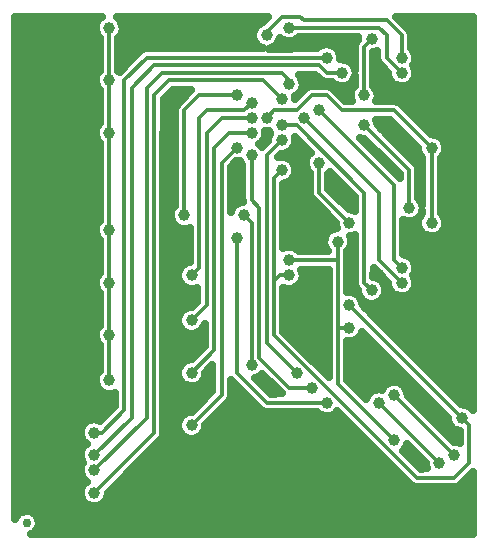
<source format=gbr>
G04 DipTrace Beta 2.3.9.1*
%INBottom.gbr*%
%MOMM*%
%ADD13C,0.3*%
%ADD14C,0.635*%
%ADD24C,0.75*%
%ADD37C,1.0*%
%FSLAX53Y53*%
G04*
G71*
G90*
G75*
G01*
%LNBottom*%
%LPD*%
X18890Y27780D2*
D13*
Y32225D1*
Y36670D1*
Y44925D1*
Y49370D1*
Y53815D1*
Y27780D2*
Y23970D1*
X41115Y31590D2*
X40480Y32225D1*
Y39845D1*
X34765Y45560D1*
X33495D1*
X35400Y46195D2*
X41750Y39845D1*
Y34130D1*
X43655Y32225D1*
X36670Y46830D2*
X43020Y40480D1*
Y34130D1*
X43655Y33495D1*
X44290Y38575D2*
Y41750D1*
X40480Y45560D1*
X29685Y43655D2*
X28415Y42385D1*
Y22700D1*
X25875Y20160D1*
X30955Y44925D2*
X29050D1*
X27780Y43655D1*
Y26510D1*
X25875Y24605D1*
X30955Y46195D2*
X28415D1*
X27145Y44925D1*
Y30320D1*
X25875Y29050D1*
X30955Y47465D2*
X30320Y46830D1*
X27145D1*
X26510Y46195D1*
Y33495D1*
X25875Y32860D1*
X29685Y48100D2*
X26510D1*
X25240Y46830D1*
Y37940D1*
X34125Y53815D2*
X41750D1*
X42385Y53180D1*
Y51275D1*
X43655Y50005D1*
X32225Y53180D2*
Y53498D1*
X33495Y54767D1*
X35083D1*
X35400Y54450D1*
X42385D1*
X43655Y53180D1*
Y51275D1*
X15715Y37940D2*
X16350D1*
X24605Y36035D2*
X25240D1*
X23970Y44925D2*
Y36670D1*
X24605Y36035D1*
X25875Y30955D2*
X24605D1*
Y36035D1*
X36670Y17620D2*
Y18255D1*
X46195Y13175D2*
Y12540D1*
X13810Y51910D2*
Y39845D1*
X15715Y37940D1*
Y22065D2*
Y23335D1*
X14445Y24605D1*
Y36670D1*
X15715Y37940D1*
Y22065D2*
Y13810D1*
X16985Y12540D1*
X24605D1*
X31590D1*
X36670Y17620D1*
X46195Y13175D2*
X41115D1*
X36670Y17620D1*
X41750Y32860D2*
X42385Y32225D1*
Y29685D1*
X43020Y29050D1*
X43655D1*
X24605Y30955D2*
Y12540D1*
Y47465D2*
X23970Y46830D1*
Y44925D1*
X37305Y31590D2*
X35083D1*
X34765Y31272D1*
X46195Y43655D2*
X43020Y46830D1*
X38575D1*
X37305Y48100D1*
X36035D1*
X34765Y46830D1*
X32860D1*
X32225Y46195D1*
X46195Y37305D2*
Y43655D1*
X33495Y44290D2*
X32225Y43020D1*
Y27145D1*
X34765Y24605D1*
X36670Y42385D2*
Y39845D1*
X39210Y37305D1*
X48100Y17620D2*
X43020Y22700D1*
X33495Y47782D2*
X31907Y49370D1*
X23970D1*
X22700Y48100D1*
Y19525D1*
X17620Y14445D1*
X34130Y49053D2*
X34447D1*
X33495Y50005D1*
X23335D1*
X22065Y48735D1*
Y20795D1*
X17620Y16350D1*
X38575Y50005D2*
X37305D1*
X36670Y50640D1*
X22700D1*
X20795Y48735D1*
Y20795D1*
X17620Y17620D1*
Y19525D2*
X18255D1*
X20160Y21430D1*
Y49370D1*
X22065Y51275D1*
X37305D1*
X33495Y41750D2*
X32860Y41115D1*
Y32362D1*
Y27780D1*
X44925Y15715D1*
X48100D1*
X49370Y16985D1*
Y20160D1*
X48735Y20795D1*
X39210Y30320D2*
X48735Y20795D1*
X34130Y32860D2*
X33358D1*
X32860Y32362D1*
X34130Y34130D2*
X38258D1*
Y28415D1*
Y23652D1*
X43020Y18890D1*
X38258Y35718D2*
Y34130D1*
X39210Y28415D2*
X38258D1*
X29685Y36035D2*
Y24605D1*
X32225Y22065D1*
X37305D1*
X30955Y43020D2*
Y39210D1*
X31590Y38575D1*
Y25875D1*
X34130Y23335D1*
X36035D1*
X30320Y37940D2*
X30955Y37305D1*
Y25240D1*
X41750Y22065D2*
X46830Y16985D1*
X41115Y52863D2*
X40480Y52227D1*
Y48100D1*
D37*
X18890Y27780D3*
Y32225D3*
Y36670D3*
Y44925D3*
Y49370D3*
Y53815D3*
Y23970D3*
Y27780D3*
Y23970D3*
X41115Y31590D3*
X33495Y45560D3*
X35400Y46195D3*
X43655Y32225D3*
X36670Y46830D3*
X43655Y33495D3*
X44290Y38575D3*
X40480Y45560D3*
X29685Y43655D3*
X25875Y20160D3*
X30955Y44925D3*
X25875Y24605D3*
X30955Y46195D3*
X25875Y29050D3*
X30955Y47465D3*
X25875Y32860D3*
X29685Y48100D3*
X25240Y37940D3*
X34125Y53815D3*
X43655Y50005D3*
X32225Y53180D3*
X43655Y51275D3*
X15715Y37940D3*
X24605Y36035D3*
X23970Y44925D3*
X24605Y36035D3*
X25875Y30955D3*
X24605Y36035D3*
X36670Y17620D3*
X46195Y13175D3*
X13810Y51910D3*
X15715Y37940D3*
Y22065D3*
Y37940D3*
Y22065D3*
X36670Y17620D3*
X46195Y13175D3*
X36670Y17620D3*
X41750Y32860D3*
X43655Y29050D3*
X24605Y47465D3*
X23970Y44925D3*
X37305Y31590D3*
X34765Y31272D3*
X46195Y43655D3*
X32225Y46195D3*
X46195Y37305D3*
Y43655D3*
X33495Y44290D3*
X34765Y24605D3*
X36670Y42385D3*
X39210Y37305D3*
X48100Y17620D3*
X43020Y22700D3*
X33495Y47782D3*
X17620Y14445D3*
X34130Y49053D3*
X17620Y16350D3*
X38575Y50005D3*
X17620Y17620D3*
Y19525D3*
X37305Y51275D3*
X33495Y41750D3*
X48735Y20795D3*
X39210Y30320D3*
X34130Y32860D3*
Y34130D3*
X43020Y18890D3*
X38258Y35718D3*
X39210Y28415D3*
X29685Y36035D3*
X37305Y22065D3*
X30955Y43020D3*
X36035Y23335D3*
X30320Y37940D3*
X30955Y25240D3*
X41750Y22065D3*
X46830Y16985D3*
X41115Y52863D3*
X40480Y48100D3*
X11016Y54136D2*
D14*
X17730D1*
X20050D2*
X31531D1*
X43882D2*
X49624D1*
X11016Y53504D2*
X17730D1*
X20050D2*
X31065D1*
X44438D2*
X49624D1*
X11016Y52873D2*
X18038D1*
X19742D2*
X31065D1*
X34833D2*
X39906D1*
X44507D2*
X49624D1*
X11016Y52241D2*
X18038D1*
X19742D2*
X31512D1*
X32938D2*
X36631D1*
X37979D2*
X39628D1*
X44507D2*
X49624D1*
X11016Y51609D2*
X18038D1*
X19742D2*
X21213D1*
X38465D2*
X39628D1*
X41332D2*
X41529D1*
X44815D2*
X49624D1*
X11016Y50977D2*
X18038D1*
X19742D2*
X20588D1*
X39239D2*
X39628D1*
X41332D2*
X41589D1*
X44825D2*
X49624D1*
X11016Y50346D2*
X18038D1*
X19742D2*
X19954D1*
X41332D2*
X42128D1*
X44805D2*
X49624D1*
X11016Y49714D2*
X17740D1*
X35121D2*
X36413D1*
X41332D2*
X42485D1*
X44825D2*
X49624D1*
X11016Y49083D2*
X17720D1*
X35339D2*
X37842D1*
X39308D2*
X39622D1*
X41332D2*
X42922D1*
X44388D2*
X49624D1*
X11016Y48451D2*
X18038D1*
X24237D2*
X25678D1*
X38137D2*
X39330D1*
X41630D2*
X49624D1*
X11016Y47819D2*
X18038D1*
X23602D2*
X25043D1*
X38772D2*
X39310D1*
X41650D2*
X49624D1*
X11016Y47188D2*
X18038D1*
X23552D2*
X24467D1*
X43843D2*
X49624D1*
X11016Y46556D2*
X18038D1*
X23552D2*
X24388D1*
X44478D2*
X49624D1*
X11016Y45924D2*
X18038D1*
X23552D2*
X24388D1*
X41630D2*
X42743D1*
X45113D2*
X49624D1*
X11016Y45292D2*
X17740D1*
X23552D2*
X24388D1*
X41928D2*
X43368D1*
X45738D2*
X49624D1*
X11016Y44661D2*
X17710D1*
X23552D2*
X24388D1*
X32135D2*
X32354D1*
X42563D2*
X44003D1*
X46799D2*
X49624D1*
X11016Y44029D2*
X18038D1*
X23552D2*
X24388D1*
X31728D2*
X32048D1*
X34675D2*
X35113D1*
X43198D2*
X44638D1*
X47335D2*
X49624D1*
X11016Y43398D2*
X18038D1*
X23552D2*
X24388D1*
X34268D2*
X35738D1*
X43823D2*
X45015D1*
X47375D2*
X49624D1*
X11016Y42766D2*
X18038D1*
X23552D2*
X24388D1*
X34079D2*
X35530D1*
X44458D2*
X45343D1*
X47047D2*
X49624D1*
X11016Y42134D2*
X18038D1*
X23552D2*
X24388D1*
X29347D2*
X30103D1*
X34635D2*
X35490D1*
X45043D2*
X45342D1*
X47047D2*
X49624D1*
X11016Y41502D2*
X18038D1*
X23552D2*
X24388D1*
X29267D2*
X30103D1*
X34675D2*
X35818D1*
X45142D2*
X45339D1*
X47047D2*
X49624D1*
X11016Y40871D2*
X18038D1*
X23552D2*
X24388D1*
X29267D2*
X30103D1*
X34288D2*
X35818D1*
X37522D2*
X38268D1*
X45142D2*
X45339D1*
X47047D2*
X49624D1*
X11016Y40239D2*
X18038D1*
X23552D2*
X24388D1*
X29267D2*
X30103D1*
X33712D2*
X35818D1*
X37522D2*
X38903D1*
X45142D2*
X45339D1*
X47047D2*
X49624D1*
X11016Y39607D2*
X18038D1*
X23552D2*
X24388D1*
X29267D2*
X30103D1*
X33712D2*
X35847D1*
X38088D2*
X39529D1*
X45142D2*
X45339D1*
X47047D2*
X49624D1*
X11016Y38976D2*
X18038D1*
X23552D2*
X24388D1*
X29267D2*
X29775D1*
X33712D2*
X36353D1*
X38723D2*
X39628D1*
X47047D2*
X49624D1*
X11016Y38344D2*
X18038D1*
X23552D2*
X24110D1*
X33712D2*
X36989D1*
X47047D2*
X49624D1*
X11016Y37712D2*
X18038D1*
X23552D2*
X24060D1*
X33712D2*
X37614D1*
X47325D2*
X49624D1*
X11016Y37081D2*
X17760D1*
X23552D2*
X24427D1*
X33712D2*
X38030D1*
X43872D2*
X45015D1*
X47375D2*
X49624D1*
X11016Y36449D2*
X17710D1*
X23552D2*
X25658D1*
X33712D2*
X37316D1*
X43872D2*
X45372D1*
X47018D2*
X49624D1*
X11016Y35817D2*
X18038D1*
X23552D2*
X25658D1*
X33712D2*
X37058D1*
X43872D2*
X49624D1*
X11016Y35186D2*
X18038D1*
X23552D2*
X25658D1*
X34635D2*
X37187D1*
X39328D2*
X39627D1*
X43872D2*
X49624D1*
X11016Y34554D2*
X18038D1*
X23552D2*
X25658D1*
X39110D2*
X39628D1*
X44150D2*
X49624D1*
X11016Y33922D2*
X18038D1*
X23552D2*
X25390D1*
X39110D2*
X39628D1*
X44775D2*
X49624D1*
X11016Y33291D2*
X18038D1*
X23552D2*
X24755D1*
X35250D2*
X37405D1*
X39110D2*
X39628D1*
X44845D2*
X49624D1*
X11016Y32659D2*
X17770D1*
X23552D2*
X24685D1*
X35320D2*
X37405D1*
X39110D2*
X39628D1*
X41580D2*
X42039D1*
X44775D2*
X49624D1*
X11016Y32027D2*
X17700D1*
X23552D2*
X25033D1*
X34972D2*
X37405D1*
X39110D2*
X39648D1*
X42235D2*
X42465D1*
X44845D2*
X49624D1*
X11016Y31396D2*
X18038D1*
X23552D2*
X26293D1*
X33712D2*
X37405D1*
X39655D2*
X39930D1*
X42305D2*
X42803D1*
X44507D2*
X49624D1*
X11016Y30764D2*
X18038D1*
X23552D2*
X26293D1*
X33712D2*
X37405D1*
X41967D2*
X49624D1*
X11016Y30132D2*
X18038D1*
X23552D2*
X25449D1*
X33712D2*
X37405D1*
X40578D2*
X49624D1*
X11016Y29501D2*
X18038D1*
X23552D2*
X24765D1*
X33712D2*
X37405D1*
X41213D2*
X49624D1*
X11016Y28869D2*
X18038D1*
X23552D2*
X24685D1*
X33712D2*
X37405D1*
X41848D2*
X49624D1*
X11016Y28238D2*
X17780D1*
X23552D2*
X25013D1*
X33712D2*
X37405D1*
X42473D2*
X49624D1*
X11016Y27606D2*
X17700D1*
X23552D2*
X26928D1*
X34218D2*
X37405D1*
X40082D2*
X40739D1*
X43108D2*
X49624D1*
X11016Y26974D2*
X18018D1*
X23552D2*
X26928D1*
X34853D2*
X37405D1*
X39110D2*
X41374D1*
X43743D2*
X49624D1*
X11016Y26343D2*
X18038D1*
X23552D2*
X26432D1*
X35478D2*
X37405D1*
X39110D2*
X41999D1*
X44368D2*
X49624D1*
X11016Y25711D2*
X18038D1*
X23552D2*
X25529D1*
X36113D2*
X37405D1*
X39110D2*
X42634D1*
X45003D2*
X49624D1*
X11016Y25079D2*
X18038D1*
X23552D2*
X24775D1*
X36748D2*
X37405D1*
X39110D2*
X43269D1*
X45638D2*
X49624D1*
X11016Y24448D2*
X17790D1*
X23552D2*
X24675D1*
X27075D2*
X27563D1*
X39110D2*
X43894D1*
X46263D2*
X49624D1*
X11016Y23816D2*
X17690D1*
X23552D2*
X24983D1*
X26767D2*
X27563D1*
X31658D2*
X32464D1*
X39278D2*
X42713D1*
X43322D2*
X44529D1*
X46898D2*
X49624D1*
X11016Y23184D2*
X17998D1*
X23552D2*
X27563D1*
X29267D2*
X29924D1*
X32293D2*
X33099D1*
X39913D2*
X41453D1*
X44120D2*
X45164D1*
X47533D2*
X49624D1*
X11016Y22552D2*
X19308D1*
X23552D2*
X27086D1*
X29257D2*
X30549D1*
X44349D2*
X45789D1*
X48159D2*
X49624D1*
X11016Y21921D2*
X19308D1*
X23552D2*
X26451D1*
X28821D2*
X31184D1*
X44984D2*
X46424D1*
X48992D2*
X49624D1*
X11016Y21289D2*
X18831D1*
X23552D2*
X25638D1*
X28186D2*
X31998D1*
X45619D2*
X47059D1*
X11016Y20657D2*
X17403D1*
X17832D2*
X18206D1*
X23552D2*
X24785D1*
X27561D2*
X38794D1*
X46244D2*
X47535D1*
X11016Y20026D2*
X16530D1*
X23552D2*
X24675D1*
X27075D2*
X39429D1*
X46879D2*
X47823D1*
X11016Y19394D2*
X16420D1*
X23542D2*
X24963D1*
X26787D2*
X40064D1*
X47514D2*
X48518D1*
X11016Y18762D2*
X16708D1*
X23126D2*
X40689D1*
X48178D2*
X48507D1*
X11016Y18131D2*
X16530D1*
X22491D2*
X41324D1*
X43942D2*
X44499D1*
X11016Y17499D2*
X16420D1*
X21856D2*
X41959D1*
X44329D2*
X45134D1*
X11016Y16867D2*
X16539D1*
X21231D2*
X42584D1*
X44954D2*
X45630D1*
X11016Y16236D2*
X16420D1*
X20596D2*
X43219D1*
X11016Y15604D2*
X16688D1*
X19961D2*
X43854D1*
X49171D2*
X49624D1*
X11016Y14972D2*
X16539D1*
X19336D2*
X44589D1*
X48436D2*
X49624D1*
X11016Y14341D2*
X16420D1*
X18820D2*
X49624D1*
X11016Y13709D2*
X16678D1*
X18562D2*
X49624D1*
X11016Y13077D2*
X49624D1*
X12827Y12446D2*
X49624D1*
X12986Y11814D2*
X49624D1*
X12688Y11182D2*
X49624D1*
X12874Y11593D2*
X12731Y11310D1*
X12509Y11086D1*
X12255Y10953D1*
X49688Y10952D1*
Y16181D1*
X48661Y15154D1*
X48398Y14980D1*
X48100Y14922D1*
X44925D1*
X44616Y14985D1*
X44364Y15154D1*
X38183Y21335D1*
X38073Y21219D1*
X37812Y21041D1*
X37512Y20941D1*
X37195Y20927D1*
X36888Y21001D1*
X36612Y21156D1*
X36494Y21276D1*
X32225Y21272D1*
X31916Y21335D1*
X31664Y21504D1*
X29202Y23967D1*
X29208Y22700D1*
X29145Y22391D1*
X28976Y22139D1*
X27018Y20160D1*
X26974Y19847D1*
X26846Y19557D1*
X26643Y19314D1*
X26382Y19136D1*
X26082Y19036D1*
X25765Y19022D1*
X25458Y19096D1*
X25182Y19251D1*
X24959Y19476D1*
X24807Y19754D1*
X24736Y20062D1*
X24753Y20378D1*
X24856Y20677D1*
X25037Y20937D1*
X25282Y21137D1*
X25573Y21262D1*
X25897Y21301D1*
X27623Y23029D1*
X27622Y25230D1*
X27018Y24605D1*
X26974Y24292D1*
X26846Y24002D1*
X26643Y23759D1*
X26382Y23581D1*
X26082Y23481D1*
X25765Y23467D1*
X25458Y23541D1*
X25182Y23696D1*
X24959Y23921D1*
X24807Y24199D1*
X24736Y24507D1*
X24753Y24823D1*
X24856Y25122D1*
X25037Y25382D1*
X25282Y25582D1*
X25573Y25707D1*
X25897Y25746D1*
X26991Y26842D1*
X26987Y28782D1*
X26846Y28447D1*
X26643Y28204D1*
X26382Y28026D1*
X26082Y27926D1*
X25765Y27912D1*
X25458Y27986D1*
X25182Y28141D1*
X24959Y28366D1*
X24807Y28644D1*
X24736Y28952D1*
X24753Y29268D1*
X24856Y29567D1*
X25037Y29827D1*
X25282Y30027D1*
X25573Y30152D1*
X25897Y30191D1*
X26346Y30642D1*
X26352Y31818D1*
X26082Y31736D1*
X25765Y31722D1*
X25458Y31796D1*
X25182Y31951D1*
X24959Y32176D1*
X24807Y32454D1*
X24736Y32762D1*
X24753Y33078D1*
X24856Y33377D1*
X25037Y33637D1*
X25282Y33837D1*
X25573Y33962D1*
X25720Y33981D1*
X25717Y36898D1*
X25447Y36816D1*
X25130Y36802D1*
X24823Y36876D1*
X24547Y37031D1*
X24324Y37256D1*
X24172Y37534D1*
X24101Y37842D1*
X24118Y38158D1*
X24221Y38457D1*
X24440Y38748D1*
X24447Y41750D1*
Y46830D1*
X24510Y47139D1*
X24679Y47391D1*
X25862Y48573D1*
X24297Y48577D1*
X23499Y47778D1*
X23493Y42385D1*
Y19525D1*
X23430Y19216D1*
X23261Y18964D1*
X18763Y14445D1*
X18719Y14132D1*
X18591Y13842D1*
X18388Y13599D1*
X18127Y13421D1*
X17827Y13321D1*
X17510Y13307D1*
X17203Y13381D1*
X16927Y13536D1*
X16704Y13761D1*
X16552Y14039D1*
X16481Y14347D1*
X16498Y14663D1*
X16601Y14962D1*
X16782Y15222D1*
X16989Y15391D1*
X16704Y15666D1*
X16552Y15944D1*
X16481Y16252D1*
X16498Y16568D1*
X16601Y16867D1*
X16674Y16973D1*
X16552Y17214D1*
X16481Y17522D1*
X16498Y17838D1*
X16601Y18137D1*
X16782Y18397D1*
X16989Y18566D1*
X16704Y18841D1*
X16552Y19119D1*
X16481Y19427D1*
X16498Y19743D1*
X16601Y20042D1*
X16782Y20302D1*
X17027Y20502D1*
X17318Y20627D1*
X17632Y20668D1*
X17945Y20621D1*
X18134Y20535D1*
X19371Y21762D1*
X19367Y22928D1*
X19097Y22846D1*
X18780Y22832D1*
X18473Y22906D1*
X18197Y23061D1*
X17974Y23286D1*
X17822Y23564D1*
X17751Y23872D1*
X17768Y24188D1*
X17871Y24487D1*
X18090Y24778D1*
X18097Y26956D1*
X17974Y27096D1*
X17822Y27374D1*
X17751Y27682D1*
X17768Y27998D1*
X17871Y28297D1*
X18090Y28588D1*
X18097Y31401D1*
X17974Y31541D1*
X17822Y31819D1*
X17751Y32127D1*
X17768Y32443D1*
X17871Y32742D1*
X18090Y33033D1*
X18097Y35846D1*
X17974Y35986D1*
X17822Y36264D1*
X17751Y36572D1*
X17768Y36888D1*
X17871Y37187D1*
X18090Y37478D1*
X18097Y40480D1*
Y44101D1*
X17974Y44241D1*
X17822Y44519D1*
X17751Y44827D1*
X17768Y45143D1*
X17871Y45442D1*
X18090Y45733D1*
X18097Y48547D1*
X17974Y48686D1*
X17822Y48964D1*
X17751Y49272D1*
X17768Y49588D1*
X17871Y49887D1*
X18090Y50178D1*
X18097Y52992D1*
X17974Y53131D1*
X17822Y53409D1*
X17751Y53717D1*
X17768Y54033D1*
X17871Y54332D1*
X18052Y54592D1*
X18255Y54767D1*
X10953D1*
Y12272D1*
X11066Y12481D1*
X11283Y12711D1*
X11560Y12863D1*
X11871Y12922D1*
X12185Y12884D1*
X12472Y12751D1*
X12704Y12536D1*
X12859Y12260D1*
X12923Y11905D1*
X12874Y11593D1*
X19676Y50187D2*
X19771Y50089D1*
X20497Y50829D1*
X21504Y51836D1*
X21767Y52010D1*
X22065Y52068D1*
X31957D1*
X31808Y52116D1*
X31532Y52271D1*
X31309Y52496D1*
X31157Y52774D1*
X31086Y53082D1*
X31103Y53398D1*
X31206Y53697D1*
X31387Y53957D1*
X31632Y54157D1*
X31889Y54283D1*
X32373Y54767D1*
X19515D1*
X19744Y54575D1*
X19919Y54311D1*
X20016Y54010D1*
X20033Y53815D1*
X19989Y53502D1*
X19861Y53212D1*
X19677Y52992D1*
X19683Y50194D1*
X19369Y22936D2*
X19097Y22846D1*
X18780Y22832D1*
X18473Y22906D1*
X18197Y23061D1*
X17974Y23286D1*
X17822Y23564D1*
X17751Y23872D1*
X17768Y24188D1*
X17871Y24487D1*
X18090Y24778D1*
X39687Y32542D2*
Y36263D1*
X39417Y36181D1*
X39308Y36176D1*
X39384Y35913D1*
X39400Y35718D1*
X39357Y35404D1*
X39228Y35115D1*
X39045Y34894D1*
X39050Y32542D1*
Y31461D1*
X39222Y31463D1*
X39535Y31416D1*
X39823Y31285D1*
X40064Y31080D1*
X40239Y30816D1*
X40336Y30515D1*
X40352Y30310D1*
X42016Y28636D1*
X48716Y21936D1*
X49060Y21891D1*
X49348Y21760D1*
X49589Y21555D1*
X49688Y21430D1*
Y54767D1*
X43189D1*
X44216Y53741D1*
X44390Y53478D1*
X44448Y53180D1*
Y52099D1*
X44684Y51771D1*
X44781Y51470D1*
X44798Y51275D1*
X44754Y50962D1*
X44607Y50649D1*
X44684Y50501D1*
X44781Y50200D1*
X44798Y50005D1*
X44754Y49692D1*
X44626Y49402D1*
X44423Y49159D1*
X44162Y48981D1*
X43862Y48881D1*
X43545Y48867D1*
X43238Y48941D1*
X42962Y49096D1*
X42739Y49321D1*
X42587Y49599D1*
X42516Y49907D1*
X42522Y50016D1*
X41824Y50714D1*
X41650Y50977D1*
X41592Y51275D1*
Y51821D1*
X41272Y51736D1*
X41273Y48923D1*
X41509Y48596D1*
X41606Y48295D1*
X41623Y48100D1*
X41579Y47787D1*
X41503Y47615D1*
X43020Y47623D1*
X43329Y47560D1*
X43581Y47391D1*
X46169Y44802D1*
X46520Y44751D1*
X46808Y44620D1*
X47049Y44415D1*
X47224Y44151D1*
X47321Y43850D1*
X47338Y43655D1*
X47294Y43342D1*
X47166Y43052D1*
X46982Y42832D1*
X46988Y38128D1*
X47224Y37801D1*
X47321Y37500D1*
X47338Y37305D1*
X47294Y36992D1*
X47166Y36702D1*
X46963Y36459D1*
X46702Y36281D1*
X46402Y36181D1*
X46085Y36167D1*
X45778Y36241D1*
X45502Y36396D1*
X45279Y36621D1*
X45127Y36899D1*
X45056Y37207D1*
X45073Y37523D1*
X45176Y37822D1*
X45395Y38113D1*
X45402Y38307D1*
X45261Y37972D1*
X45058Y37729D1*
X44797Y37551D1*
X44497Y37451D1*
X44180Y37437D1*
X43812Y37545D1*
X43813Y34636D1*
X43980Y34591D1*
X44268Y34460D1*
X44509Y34255D1*
X44684Y33991D1*
X44781Y33690D1*
X44798Y33495D1*
X44754Y33182D1*
X44607Y32869D1*
X44684Y32721D1*
X44781Y32420D1*
X44798Y32225D1*
X44754Y31912D1*
X44626Y31622D1*
X44423Y31379D1*
X44162Y31201D1*
X43862Y31101D1*
X43545Y31087D1*
X43238Y31161D1*
X42962Y31316D1*
X42739Y31541D1*
X42587Y31819D1*
X42516Y32127D1*
X42522Y32236D1*
X41274Y33484D1*
X41273Y32731D1*
X41440Y32686D1*
X41728Y32555D1*
X41969Y32350D1*
X42144Y32086D1*
X42241Y31785D1*
X42258Y31590D1*
X42214Y31277D1*
X42086Y30987D1*
X41883Y30744D1*
X41622Y30566D1*
X41322Y30466D1*
X41005Y30452D1*
X40698Y30526D1*
X40422Y30681D1*
X40199Y30906D1*
X40047Y31184D1*
X39976Y31492D1*
X39982Y31601D1*
X39745Y31927D1*
X39687Y32225D1*
Y32542D1*
Y38347D2*
Y39518D1*
X37555Y41649D1*
X37463Y41432D1*
Y40172D1*
X39188Y38448D1*
X39535Y38401D1*
X39688Y38331D1*
X35941Y43262D2*
X34594Y44609D1*
X34638Y44290D1*
X34594Y43977D1*
X34466Y43687D1*
X34263Y43444D1*
X34002Y43266D1*
X33702Y43166D1*
X33474Y43156D1*
X33193Y42852D1*
X33507Y42893D1*
X33820Y42846D1*
X34108Y42715D1*
X34349Y42510D1*
X34524Y42246D1*
X34621Y41945D1*
X34638Y41750D1*
X34594Y41437D1*
X34466Y41147D1*
X34263Y40904D1*
X34002Y40726D1*
X33652Y40624D1*
X33653Y35172D1*
X33828Y35232D1*
X34142Y35273D1*
X34455Y35226D1*
X34743Y35095D1*
X34946Y34922D1*
X37434Y34923D1*
X37342Y35034D1*
X37189Y35311D1*
X37119Y35620D1*
X37136Y35936D1*
X37238Y36235D1*
X37419Y36495D1*
X37665Y36695D1*
X37955Y36820D1*
X38161Y36846D1*
X38071Y37207D1*
X38077Y37316D1*
X36109Y39284D1*
X35935Y39547D1*
X35877Y39845D1*
Y41562D1*
X35754Y41701D1*
X35602Y41979D1*
X35531Y42287D1*
X35548Y42603D1*
X35651Y42902D1*
X35832Y43162D1*
X35947Y43256D1*
X40156Y44465D2*
X43496Y41126D1*
X43498Y41421D1*
X40495Y44424D1*
X40370Y44422D1*
X40149Y44475D1*
X45083Y41432D2*
Y39398D1*
X45319Y39071D1*
X45401Y38817D1*
X45402Y42831D1*
X45279Y42971D1*
X45127Y43249D1*
X45056Y43557D1*
X45062Y43666D1*
X42695Y46034D1*
X41522Y46037D1*
X41606Y45755D1*
X41622Y45550D1*
X43286Y43876D1*
X44851Y42311D1*
X45025Y42048D1*
X45083Y41750D1*
Y41432D1*
X29663Y42512D2*
X29214Y42063D1*
X29208Y38208D1*
X29301Y38457D1*
X29482Y38717D1*
X29727Y38917D1*
X30018Y39042D1*
X30185Y39064D1*
X30162Y39527D1*
Y42196D1*
X30039Y42336D1*
X29930Y42536D1*
X29664Y42521D1*
X32054Y44612D2*
X31926Y44322D1*
X31723Y44079D1*
X31585Y43984D1*
X31836Y43739D1*
X32359Y44275D1*
X32373Y44508D1*
X32476Y44807D1*
X32549Y44913D1*
X32432Y45071D1*
X32087Y45064D1*
X32098Y44925D1*
X32054Y44612D1*
X39974Y53022D2*
X34953D1*
X34632Y52791D1*
X34332Y52691D1*
X34015Y52677D1*
X33708Y52751D1*
X33432Y52906D1*
X33355Y52984D1*
X33196Y52577D1*
X32993Y52334D1*
X32732Y52156D1*
X32460Y52065D1*
X36482Y52068D1*
X36712Y52252D1*
X37003Y52377D1*
X37317Y52418D1*
X37630Y52371D1*
X37918Y52240D1*
X38159Y52035D1*
X38334Y51771D1*
X38431Y51470D1*
X38448Y51275D1*
X38430Y51148D1*
X38900Y51101D1*
X39188Y50970D1*
X39429Y50765D1*
X39604Y50501D1*
X39686Y50247D1*
X39687Y52227D1*
X39750Y52537D1*
X39919Y52788D1*
X39968Y52837D1*
X38902Y47623D2*
X39438D1*
X39341Y48002D1*
X39358Y48318D1*
X39461Y48617D1*
X39680Y48908D1*
X39687Y49737D1*
X39546Y49402D1*
X39343Y49159D1*
X39082Y48981D1*
X38782Y48881D1*
X38465Y48867D1*
X38158Y48941D1*
X37882Y49096D1*
X37764Y49216D1*
X37305Y49212D1*
X36996Y49275D1*
X36744Y49444D1*
X36344Y49844D1*
X34953Y49847D1*
X35159Y49549D1*
X35256Y49248D1*
X35273Y49053D1*
X35229Y48739D1*
X35101Y48450D1*
X34898Y48206D1*
X34609Y48019D1*
X34634Y47825D1*
X35474Y48661D1*
X35737Y48835D1*
X36035Y48893D1*
X37305D1*
X37614Y48830D1*
X37866Y48661D1*
X38897Y47629D1*
X46177Y44794D2*
X46520Y44751D1*
X46808Y44620D1*
X47049Y44415D1*
X47224Y44151D1*
X47321Y43850D1*
X47338Y43655D1*
X47294Y43342D1*
X47166Y43052D1*
X46982Y42832D1*
X44163Y22678D2*
X48078Y18764D1*
X48425Y18716D1*
X48578Y18646D1*
X48577Y19654D1*
X48318Y19731D1*
X48042Y19886D1*
X47819Y20111D1*
X47667Y20389D1*
X47596Y20697D1*
X47602Y20806D1*
X40310Y28099D1*
X40181Y27812D1*
X39978Y27569D1*
X39717Y27391D1*
X39417Y27291D1*
X39052Y27289D1*
X39050Y23980D1*
X40649Y22382D1*
X40731Y22582D1*
X40912Y22842D1*
X41157Y23042D1*
X41448Y23167D1*
X41762Y23208D1*
X41987Y23174D1*
X42182Y23477D1*
X42427Y23677D1*
X42718Y23802D1*
X43032Y23843D1*
X43345Y23796D1*
X43633Y23665D1*
X43874Y23460D1*
X44049Y23196D1*
X44146Y22895D1*
X44162Y22690D1*
X33653Y31816D2*
Y28105D1*
X37469Y24293D1*
X37465Y32225D1*
Y33346D1*
X36035Y33337D1*
X35172D1*
X35256Y33055D1*
X35273Y32860D1*
X35229Y32547D1*
X35101Y32257D1*
X34898Y32014D1*
X34637Y31836D1*
X34337Y31736D1*
X34020Y31722D1*
X33652Y31830D1*
X43755Y18006D2*
X45256Y16505D1*
X45788Y16508D1*
X45691Y16887D1*
X45697Y16996D1*
X44115Y18578D1*
X43991Y18287D1*
X43748Y18016D1*
X31263Y24148D2*
X32554Y22857D1*
X33485Y22858D1*
X31836Y24507D1*
X31723Y24394D1*
X31462Y24216D1*
X31265Y24150D1*
D24*
X11905Y11905D3*
M02*

</source>
